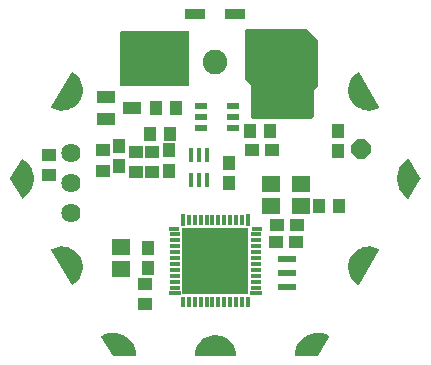
<source format=gbr>
G04 EAGLE Gerber RS-274X export*
G75*
%MOMM*%
%FSLAX34Y34*%
%LPD*%
%INSoldermask Bottom*%
%IPPOS*%
%AMOC8*
5,1,8,0,0,1.08239X$1,22.5*%
G01*
%ADD10R,1.101600X1.201600*%
%ADD11R,1.601600X1.401600*%
%ADD12R,1.201600X1.101600*%
%ADD13R,1.501597X0.501600*%
%ADD14R,0.457200X1.270000*%
%ADD15C,1.101600*%
%ADD16C,2.082800*%
%ADD17C,2.082800*%
%ADD18R,1.501600X1.101600*%
%ADD19R,1.104900X0.558800*%
%ADD20R,0.914400X0.355600*%
%ADD21R,0.355600X0.914400*%
%ADD22R,5.613400X5.613400*%
%ADD23R,0.952500X0.396875*%
%ADD24R,0.396875X1.031875*%
%ADD25R,1.031875X0.396875*%
%ADD26R,0.396875X0.952500*%
%ADD27P,1.759533X8X22.500000*%
%ADD28C,1.625600*%
%ADD29R,1.701600X0.901600*%

G36*
X426747Y396751D02*
X426747Y396751D01*
X426773Y396749D01*
X426947Y396771D01*
X427121Y396789D01*
X427146Y396797D01*
X427173Y396800D01*
X427338Y396856D01*
X427506Y396907D01*
X427529Y396920D01*
X427554Y396928D01*
X427706Y397015D01*
X427860Y397099D01*
X427880Y397116D01*
X427903Y397129D01*
X428156Y397344D01*
X429426Y398614D01*
X429443Y398634D01*
X429464Y398652D01*
X429571Y398790D01*
X429681Y398925D01*
X429694Y398949D01*
X429710Y398970D01*
X429788Y399127D01*
X429870Y399281D01*
X429878Y399306D01*
X429890Y399331D01*
X429935Y399500D01*
X429985Y399667D01*
X429987Y399693D01*
X429994Y399719D01*
X430021Y400050D01*
X430021Y422069D01*
X433236Y425284D01*
X433253Y425304D01*
X433274Y425322D01*
X433381Y425460D01*
X433491Y425595D01*
X433504Y425619D01*
X433520Y425640D01*
X433598Y425797D01*
X433680Y425951D01*
X433688Y425976D01*
X433700Y426001D01*
X433745Y426170D01*
X433795Y426337D01*
X433797Y426363D01*
X433804Y426389D01*
X433831Y426720D01*
X433831Y462280D01*
X433829Y462307D01*
X433831Y462333D01*
X433809Y462507D01*
X433791Y462681D01*
X433784Y462706D01*
X433780Y462733D01*
X433725Y462898D01*
X433673Y463066D01*
X433660Y463089D01*
X433652Y463114D01*
X433565Y463266D01*
X433481Y463420D01*
X433464Y463440D01*
X433451Y463463D01*
X433236Y463716D01*
X424346Y472606D01*
X424326Y472623D01*
X424308Y472644D01*
X424170Y472751D01*
X424035Y472861D01*
X424011Y472874D01*
X423990Y472890D01*
X423833Y472968D01*
X423679Y473050D01*
X423654Y473058D01*
X423630Y473070D01*
X423460Y473115D01*
X423293Y473165D01*
X423267Y473167D01*
X423241Y473174D01*
X422910Y473201D01*
X373380Y473201D01*
X372979Y473161D01*
X372594Y473043D01*
X372240Y472851D01*
X371931Y472594D01*
X371679Y472280D01*
X371493Y471923D01*
X371382Y471536D01*
X371349Y471134D01*
X371396Y470735D01*
X371459Y470541D01*
X371435Y470450D01*
X371385Y470283D01*
X371383Y470257D01*
X371376Y470231D01*
X371349Y469900D01*
X371349Y431800D01*
X371351Y431773D01*
X371349Y431747D01*
X371371Y431573D01*
X371389Y431399D01*
X371397Y431374D01*
X371400Y431347D01*
X371456Y431182D01*
X371507Y431014D01*
X371520Y430991D01*
X371528Y430966D01*
X371615Y430814D01*
X371699Y430660D01*
X371716Y430640D01*
X371729Y430617D01*
X371944Y430364D01*
X376429Y425879D01*
X376429Y400050D01*
X376431Y400023D01*
X376429Y399997D01*
X376451Y399823D01*
X376469Y399649D01*
X376477Y399624D01*
X376480Y399597D01*
X376536Y399432D01*
X376587Y399264D01*
X376600Y399241D01*
X376608Y399216D01*
X376695Y399064D01*
X376779Y398910D01*
X376796Y398890D01*
X376809Y398867D01*
X377024Y398614D01*
X378294Y397344D01*
X378314Y397327D01*
X378332Y397307D01*
X378470Y397199D01*
X378605Y397089D01*
X378629Y397076D01*
X378650Y397060D01*
X378807Y396982D01*
X378961Y396900D01*
X378986Y396892D01*
X379011Y396880D01*
X379180Y396835D01*
X379347Y396785D01*
X379373Y396783D01*
X379399Y396776D01*
X379730Y396749D01*
X426720Y396749D01*
X426747Y396751D01*
G37*
G36*
X322598Y424691D02*
X322598Y424691D01*
X322616Y424689D01*
X322798Y424710D01*
X322981Y424729D01*
X322998Y424734D01*
X323015Y424736D01*
X323190Y424793D01*
X323366Y424847D01*
X323381Y424855D01*
X323398Y424861D01*
X323558Y424951D01*
X323720Y425039D01*
X323733Y425050D01*
X323749Y425059D01*
X323888Y425179D01*
X324029Y425296D01*
X324040Y425310D01*
X324054Y425322D01*
X324166Y425467D01*
X324281Y425610D01*
X324289Y425626D01*
X324300Y425640D01*
X324382Y425805D01*
X324467Y425967D01*
X324472Y425984D01*
X324480Y426001D01*
X324527Y426179D01*
X324578Y426354D01*
X324580Y426372D01*
X324584Y426389D01*
X324611Y426720D01*
X324611Y469900D01*
X324609Y469918D01*
X324611Y469936D01*
X324590Y470118D01*
X324571Y470301D01*
X324566Y470318D01*
X324564Y470335D01*
X324507Y470510D01*
X324453Y470686D01*
X324445Y470701D01*
X324439Y470718D01*
X324349Y470878D01*
X324261Y471040D01*
X324250Y471053D01*
X324241Y471069D01*
X324121Y471208D01*
X324004Y471349D01*
X323990Y471360D01*
X323978Y471374D01*
X323833Y471486D01*
X323690Y471601D01*
X323674Y471609D01*
X323660Y471620D01*
X323495Y471702D01*
X323333Y471787D01*
X323316Y471792D01*
X323300Y471800D01*
X323121Y471847D01*
X322946Y471898D01*
X322928Y471900D01*
X322911Y471904D01*
X322580Y471931D01*
X267970Y471931D01*
X267952Y471929D01*
X267934Y471931D01*
X267752Y471910D01*
X267569Y471891D01*
X267552Y471886D01*
X267535Y471884D01*
X267360Y471827D01*
X267184Y471773D01*
X267169Y471765D01*
X267152Y471759D01*
X266992Y471669D01*
X266830Y471581D01*
X266817Y471570D01*
X266801Y471561D01*
X266662Y471441D01*
X266521Y471324D01*
X266510Y471310D01*
X266497Y471298D01*
X266384Y471153D01*
X266269Y471010D01*
X266261Y470994D01*
X266250Y470980D01*
X266168Y470815D01*
X266083Y470653D01*
X266078Y470636D01*
X266070Y470620D01*
X266023Y470441D01*
X265972Y470266D01*
X265970Y470248D01*
X265966Y470231D01*
X265939Y469900D01*
X265939Y426720D01*
X265941Y426702D01*
X265939Y426684D01*
X265960Y426502D01*
X265979Y426319D01*
X265984Y426302D01*
X265986Y426285D01*
X266043Y426110D01*
X266097Y425934D01*
X266105Y425919D01*
X266111Y425902D01*
X266201Y425742D01*
X266289Y425580D01*
X266300Y425567D01*
X266309Y425551D01*
X266429Y425412D01*
X266546Y425271D01*
X266560Y425260D01*
X266572Y425247D01*
X266717Y425134D01*
X266860Y425019D01*
X266876Y425011D01*
X266890Y425000D01*
X267055Y424918D01*
X267217Y424833D01*
X267234Y424828D01*
X267251Y424820D01*
X267429Y424773D01*
X267604Y424722D01*
X267622Y424720D01*
X267639Y424716D01*
X267970Y424689D01*
X322580Y424689D01*
X322598Y424691D01*
G37*
G36*
X363739Y196217D02*
X363739Y196217D01*
X363768Y196214D01*
X363835Y196236D01*
X363905Y196250D01*
X363929Y196267D01*
X363957Y196276D01*
X364010Y196323D01*
X364069Y196363D01*
X364085Y196387D01*
X364107Y196407D01*
X364138Y196471D01*
X364176Y196530D01*
X364181Y196559D01*
X364193Y196585D01*
X364202Y196685D01*
X364209Y196727D01*
X364206Y196737D01*
X364208Y196751D01*
X363976Y199549D01*
X363966Y199583D01*
X363962Y199631D01*
X363273Y202352D01*
X363258Y202384D01*
X363246Y202430D01*
X362118Y205002D01*
X362098Y205030D01*
X362079Y205074D01*
X360543Y207425D01*
X360519Y207449D01*
X360493Y207490D01*
X358591Y209555D01*
X358563Y209576D01*
X358530Y209611D01*
X356315Y211336D01*
X356284Y211351D01*
X356246Y211381D01*
X353776Y212717D01*
X353743Y212727D01*
X353701Y212750D01*
X352515Y213158D01*
X351061Y213657D01*
X351045Y213662D01*
X351011Y213667D01*
X350965Y213682D01*
X348196Y214144D01*
X348161Y214143D01*
X348114Y214151D01*
X345306Y214151D01*
X345272Y214144D01*
X345224Y214144D01*
X342455Y213682D01*
X342422Y213670D01*
X342375Y213662D01*
X339719Y212750D01*
X339689Y212733D01*
X339644Y212717D01*
X337174Y211381D01*
X337148Y211359D01*
X337105Y211336D01*
X334890Y209611D01*
X334867Y209585D01*
X334829Y209555D01*
X332927Y207490D01*
X332909Y207460D01*
X332877Y207425D01*
X331341Y205074D01*
X331328Y205042D01*
X331302Y205002D01*
X330174Y202430D01*
X330167Y202397D01*
X330164Y202390D01*
X330158Y202381D01*
X330157Y202375D01*
X330147Y202352D01*
X329458Y199631D01*
X329456Y199596D01*
X329444Y199549D01*
X329212Y196751D01*
X329216Y196722D01*
X329211Y196693D01*
X329228Y196624D01*
X329236Y196554D01*
X329250Y196528D01*
X329257Y196500D01*
X329299Y196443D01*
X329334Y196381D01*
X329358Y196363D01*
X329375Y196340D01*
X329436Y196304D01*
X329493Y196261D01*
X329521Y196253D01*
X329546Y196238D01*
X329644Y196222D01*
X329685Y196211D01*
X329696Y196213D01*
X329710Y196211D01*
X363710Y196211D01*
X363739Y196217D01*
G37*
G36*
X225317Y256520D02*
X225317Y256520D01*
X225388Y256517D01*
X225415Y256527D01*
X225444Y256529D01*
X225534Y256571D01*
X225574Y256586D01*
X225582Y256594D01*
X225595Y256600D01*
X227898Y258199D01*
X227922Y258225D01*
X227962Y258252D01*
X229971Y260209D01*
X229990Y260238D01*
X230025Y260271D01*
X231684Y262532D01*
X231699Y262563D01*
X231728Y262602D01*
X232992Y265105D01*
X233001Y265139D01*
X233023Y265182D01*
X233859Y267859D01*
X233862Y267893D01*
X233877Y267939D01*
X234260Y270718D01*
X234258Y270752D01*
X234264Y270800D01*
X234185Y273603D01*
X234177Y273637D01*
X234176Y273685D01*
X233637Y276437D01*
X233623Y276469D01*
X233614Y276517D01*
X232629Y279142D01*
X232614Y279167D01*
X232609Y279187D01*
X232601Y279198D01*
X232594Y279217D01*
X231190Y281645D01*
X231167Y281671D01*
X231143Y281713D01*
X229359Y283876D01*
X229332Y283898D01*
X229301Y283935D01*
X227185Y285776D01*
X227155Y285793D01*
X227119Y285825D01*
X224728Y287292D01*
X224696Y287303D01*
X224655Y287329D01*
X222056Y288382D01*
X222022Y288389D01*
X221977Y288407D01*
X219240Y289018D01*
X219205Y289019D01*
X219158Y289030D01*
X216358Y289182D01*
X216324Y289177D01*
X216276Y289180D01*
X213488Y288870D01*
X213455Y288859D01*
X213407Y288854D01*
X210709Y288089D01*
X210679Y288073D01*
X210632Y288060D01*
X208097Y286861D01*
X208073Y286844D01*
X208046Y286834D01*
X207994Y286785D01*
X207937Y286742D01*
X207923Y286717D01*
X207902Y286697D01*
X207873Y286632D01*
X207837Y286571D01*
X207834Y286542D01*
X207822Y286515D01*
X207821Y286444D01*
X207812Y286373D01*
X207820Y286345D01*
X207820Y286316D01*
X207854Y286223D01*
X207866Y286182D01*
X207873Y286173D01*
X207878Y286160D01*
X224878Y256760D01*
X224897Y256738D01*
X224910Y256712D01*
X224963Y256664D01*
X225010Y256611D01*
X225036Y256599D01*
X225058Y256579D01*
X225125Y256556D01*
X225189Y256526D01*
X225218Y256524D01*
X225246Y256515D01*
X225317Y256520D01*
G37*
G36*
X477096Y404243D02*
X477096Y404243D01*
X477144Y404240D01*
X479932Y404550D01*
X479965Y404561D01*
X480013Y404566D01*
X482711Y405331D01*
X482741Y405347D01*
X482788Y405360D01*
X485323Y406559D01*
X485347Y406576D01*
X485374Y406586D01*
X485426Y406635D01*
X485483Y406678D01*
X485497Y406703D01*
X485519Y406723D01*
X485547Y406788D01*
X485583Y406850D01*
X485586Y406878D01*
X485598Y406905D01*
X485599Y406976D01*
X485608Y407047D01*
X485600Y407075D01*
X485600Y407104D01*
X485566Y407197D01*
X485554Y407238D01*
X485547Y407247D01*
X485542Y407260D01*
X468542Y436660D01*
X468523Y436682D01*
X468510Y436708D01*
X468457Y436756D01*
X468410Y436809D01*
X468384Y436821D01*
X468362Y436841D01*
X468295Y436864D01*
X468231Y436894D01*
X468202Y436896D01*
X468174Y436905D01*
X468103Y436900D01*
X468032Y436903D01*
X468005Y436893D01*
X467976Y436891D01*
X467886Y436849D01*
X467846Y436834D01*
X467838Y436826D01*
X467825Y436820D01*
X465522Y435221D01*
X465498Y435196D01*
X465458Y435168D01*
X463449Y433211D01*
X463430Y433182D01*
X463395Y433149D01*
X461736Y430888D01*
X461721Y430857D01*
X461692Y430818D01*
X460428Y428315D01*
X460419Y428281D01*
X460397Y428238D01*
X459561Y425561D01*
X459558Y425527D01*
X459543Y425481D01*
X459160Y422702D01*
X459162Y422668D01*
X459156Y422620D01*
X459235Y419817D01*
X459243Y419783D01*
X459244Y419735D01*
X459783Y416983D01*
X459797Y416951D01*
X459806Y416903D01*
X460791Y414278D01*
X460809Y414248D01*
X460826Y414203D01*
X462230Y411775D01*
X462253Y411749D01*
X462277Y411708D01*
X464061Y409544D01*
X464088Y409522D01*
X464119Y409485D01*
X466235Y407644D01*
X466265Y407627D01*
X466301Y407596D01*
X468692Y406128D01*
X468724Y406117D01*
X468765Y406091D01*
X471364Y405038D01*
X471398Y405031D01*
X471443Y405013D01*
X474180Y404402D01*
X474215Y404401D01*
X474262Y404390D01*
X477062Y404238D01*
X477096Y404243D01*
G37*
G36*
X468136Y256521D02*
X468136Y256521D01*
X468207Y256520D01*
X468234Y256531D01*
X468263Y256535D01*
X468325Y256569D01*
X468390Y256597D01*
X468411Y256618D01*
X468436Y256632D01*
X468499Y256708D01*
X468529Y256739D01*
X468533Y256749D01*
X468542Y256760D01*
X485542Y286160D01*
X485551Y286188D01*
X485568Y286212D01*
X485583Y286281D01*
X485605Y286349D01*
X485603Y286378D01*
X485609Y286406D01*
X485596Y286476D01*
X485590Y286547D01*
X485577Y286573D01*
X485571Y286601D01*
X485531Y286660D01*
X485499Y286723D01*
X485476Y286742D01*
X485460Y286766D01*
X485378Y286823D01*
X485345Y286850D01*
X485335Y286853D01*
X485323Y286861D01*
X482788Y288060D01*
X482754Y288068D01*
X482711Y288089D01*
X480013Y288854D01*
X479978Y288856D01*
X479932Y288870D01*
X477144Y289180D01*
X477110Y289177D01*
X477062Y289182D01*
X474262Y289030D01*
X474228Y289021D01*
X474180Y289018D01*
X471443Y288407D01*
X471411Y288393D01*
X471364Y288382D01*
X468765Y287329D01*
X468736Y287310D01*
X468692Y287292D01*
X466301Y285825D01*
X466276Y285801D01*
X466235Y285776D01*
X464119Y283935D01*
X464098Y283908D01*
X464061Y283876D01*
X462277Y281713D01*
X462261Y281682D01*
X462230Y281645D01*
X460826Y279217D01*
X460815Y279184D01*
X460808Y279171D01*
X460798Y279157D01*
X460798Y279154D01*
X460791Y279142D01*
X459806Y276517D01*
X459800Y276482D01*
X459783Y276437D01*
X459244Y273685D01*
X459244Y273651D01*
X459235Y273603D01*
X459156Y270800D01*
X459162Y270766D01*
X459160Y270718D01*
X459543Y267939D01*
X459555Y267907D01*
X459561Y267859D01*
X460397Y265182D01*
X460414Y265151D01*
X460428Y265105D01*
X461692Y262602D01*
X461714Y262575D01*
X461736Y262532D01*
X463395Y260271D01*
X463421Y260248D01*
X463449Y260209D01*
X465458Y258252D01*
X465487Y258233D01*
X465522Y258199D01*
X467825Y256600D01*
X467852Y256588D01*
X467875Y256570D01*
X467943Y256549D01*
X468008Y256521D01*
X468037Y256521D01*
X468065Y256513D01*
X468136Y256521D01*
G37*
G36*
X219158Y404390D02*
X219158Y404390D01*
X219192Y404399D01*
X219240Y404402D01*
X221977Y405013D01*
X222009Y405027D01*
X222056Y405038D01*
X224655Y406091D01*
X224684Y406110D01*
X224728Y406128D01*
X227119Y407596D01*
X227144Y407619D01*
X227185Y407644D01*
X229301Y409485D01*
X229322Y409512D01*
X229359Y409544D01*
X231143Y411708D01*
X231159Y411738D01*
X231190Y411775D01*
X232594Y414203D01*
X232605Y414236D01*
X232629Y414278D01*
X233614Y416903D01*
X233620Y416938D01*
X233637Y416983D01*
X234176Y419735D01*
X234176Y419770D01*
X234185Y419817D01*
X234264Y422620D01*
X234259Y422654D01*
X234260Y422702D01*
X233877Y425481D01*
X233865Y425513D01*
X233859Y425561D01*
X233023Y428238D01*
X233006Y428269D01*
X232992Y428315D01*
X231728Y430818D01*
X231706Y430845D01*
X231684Y430888D01*
X230025Y433149D01*
X229999Y433172D01*
X229971Y433211D01*
X227962Y435168D01*
X227933Y435187D01*
X227898Y435221D01*
X225595Y436820D01*
X225568Y436832D01*
X225545Y436850D01*
X225477Y436871D01*
X225412Y436899D01*
X225383Y436899D01*
X225355Y436907D01*
X225284Y436899D01*
X225213Y436900D01*
X225186Y436889D01*
X225157Y436885D01*
X225095Y436851D01*
X225030Y436823D01*
X225009Y436802D01*
X224984Y436788D01*
X224921Y436712D01*
X224891Y436681D01*
X224887Y436671D01*
X224878Y436660D01*
X207878Y407260D01*
X207869Y407232D01*
X207852Y407208D01*
X207837Y407139D01*
X207815Y407071D01*
X207817Y407042D01*
X207811Y407014D01*
X207824Y406944D01*
X207830Y406873D01*
X207843Y406847D01*
X207849Y406819D01*
X207889Y406760D01*
X207921Y406697D01*
X207944Y406678D01*
X207960Y406654D01*
X208042Y406597D01*
X208075Y406570D01*
X208085Y406567D01*
X208097Y406559D01*
X210632Y405360D01*
X210666Y405352D01*
X210709Y405331D01*
X213407Y404566D01*
X213442Y404564D01*
X213488Y404550D01*
X216276Y404240D01*
X216310Y404243D01*
X216358Y404238D01*
X219158Y404390D01*
G37*
G36*
X510437Y329721D02*
X510437Y329721D01*
X510508Y329721D01*
X510535Y329732D01*
X510564Y329735D01*
X510626Y329770D01*
X510691Y329798D01*
X510712Y329818D01*
X510737Y329833D01*
X510800Y329910D01*
X510830Y329940D01*
X510834Y329950D01*
X510843Y329961D01*
X520343Y346461D01*
X520353Y346493D01*
X520362Y346506D01*
X520366Y346530D01*
X520367Y346534D01*
X520398Y346604D01*
X520398Y346628D01*
X520406Y346650D01*
X520400Y346726D01*
X520401Y346803D01*
X520391Y346827D01*
X520390Y346848D01*
X520369Y346887D01*
X520343Y346959D01*
X510843Y363459D01*
X510824Y363481D01*
X510811Y363507D01*
X510758Y363555D01*
X510711Y363608D01*
X510685Y363621D01*
X510664Y363640D01*
X510596Y363663D01*
X510532Y363694D01*
X510503Y363696D01*
X510476Y363705D01*
X510404Y363700D01*
X510333Y363703D01*
X510306Y363693D01*
X510277Y363691D01*
X510187Y363649D01*
X510147Y363634D01*
X510139Y363627D01*
X510126Y363621D01*
X507603Y361879D01*
X507579Y361855D01*
X507541Y361828D01*
X505329Y359704D01*
X505310Y359676D01*
X505276Y359644D01*
X503434Y357193D01*
X503420Y357162D01*
X503391Y357125D01*
X501966Y354410D01*
X501957Y354379D01*
X501941Y354354D01*
X501940Y354346D01*
X501935Y354336D01*
X500964Y351428D01*
X500960Y351394D01*
X500945Y351350D01*
X500453Y348323D01*
X500454Y348289D01*
X500446Y348243D01*
X500446Y345177D01*
X500447Y345173D01*
X500447Y345171D01*
X500453Y345144D01*
X500453Y345097D01*
X500945Y342070D01*
X500957Y342039D01*
X500964Y341992D01*
X501935Y339084D01*
X501952Y339055D01*
X501966Y339010D01*
X503391Y336295D01*
X503413Y336269D01*
X503434Y336227D01*
X505276Y333776D01*
X505301Y333753D01*
X505329Y333716D01*
X507541Y331592D01*
X507569Y331574D01*
X507603Y331541D01*
X510126Y329799D01*
X510153Y329788D01*
X510175Y329769D01*
X510244Y329749D01*
X510309Y329721D01*
X510338Y329721D01*
X510366Y329713D01*
X510437Y329721D01*
G37*
G36*
X183016Y329720D02*
X183016Y329720D01*
X183087Y329717D01*
X183114Y329727D01*
X183143Y329729D01*
X183233Y329771D01*
X183273Y329786D01*
X183281Y329793D01*
X183294Y329799D01*
X185817Y331541D01*
X185841Y331565D01*
X185879Y331592D01*
X188091Y333716D01*
X188110Y333744D01*
X188144Y333776D01*
X189986Y336227D01*
X190000Y336258D01*
X190029Y336295D01*
X191454Y339010D01*
X191463Y339043D01*
X191485Y339084D01*
X192456Y341992D01*
X192460Y342026D01*
X192475Y342070D01*
X192967Y345097D01*
X192966Y345131D01*
X192974Y345177D01*
X192974Y348243D01*
X192967Y348276D01*
X192967Y348323D01*
X192475Y351350D01*
X192463Y351381D01*
X192456Y351428D01*
X191485Y354336D01*
X191472Y354359D01*
X191466Y354384D01*
X191459Y354393D01*
X191454Y354410D01*
X190029Y357125D01*
X190007Y357151D01*
X189986Y357193D01*
X188144Y359644D01*
X188119Y359667D01*
X188091Y359704D01*
X185879Y361828D01*
X185851Y361846D01*
X185817Y361879D01*
X183294Y363621D01*
X183267Y363632D01*
X183245Y363651D01*
X183176Y363671D01*
X183111Y363699D01*
X183082Y363699D01*
X183054Y363707D01*
X182983Y363699D01*
X182912Y363700D01*
X182885Y363688D01*
X182856Y363685D01*
X182794Y363650D01*
X182729Y363622D01*
X182708Y363602D01*
X182683Y363587D01*
X182620Y363510D01*
X182590Y363480D01*
X182586Y363470D01*
X182577Y363459D01*
X173077Y346959D01*
X173053Y346886D01*
X173022Y346816D01*
X173022Y346792D01*
X173014Y346770D01*
X173021Y346694D01*
X173020Y346617D01*
X173029Y346593D01*
X173030Y346572D01*
X173051Y346533D01*
X173070Y346481D01*
X173071Y346475D01*
X173073Y346473D01*
X173077Y346461D01*
X182577Y329961D01*
X182596Y329939D01*
X182609Y329913D01*
X182662Y329865D01*
X182709Y329812D01*
X182735Y329799D01*
X182757Y329780D01*
X182824Y329757D01*
X182888Y329726D01*
X182917Y329725D01*
X182944Y329715D01*
X183016Y329720D01*
G37*
G36*
X433386Y196226D02*
X433386Y196226D01*
X433464Y196235D01*
X433483Y196246D01*
X433505Y196250D01*
X433569Y196294D01*
X433637Y196333D01*
X433653Y196352D01*
X433669Y196363D01*
X433693Y196401D01*
X433743Y196461D01*
X443243Y212961D01*
X443252Y212988D01*
X443268Y213012D01*
X443283Y213082D01*
X443306Y213150D01*
X443303Y213178D01*
X443309Y213206D01*
X443296Y213277D01*
X443290Y213348D01*
X443277Y213373D01*
X443271Y213401D01*
X443231Y213461D01*
X443198Y213524D01*
X443176Y213542D01*
X443160Y213566D01*
X443077Y213624D01*
X443045Y213651D01*
X443034Y213654D01*
X443024Y213661D01*
X440258Y214970D01*
X440225Y214978D01*
X440182Y214998D01*
X437242Y215846D01*
X437208Y215849D01*
X437164Y215862D01*
X434126Y216227D01*
X434092Y216224D01*
X434045Y216230D01*
X430988Y216103D01*
X430955Y216095D01*
X430908Y216094D01*
X427911Y215478D01*
X427880Y215465D01*
X427834Y215456D01*
X424974Y214367D01*
X424946Y214349D01*
X424902Y214333D01*
X422254Y212799D01*
X422228Y212777D01*
X422188Y212754D01*
X419820Y210816D01*
X419798Y210789D01*
X419762Y210760D01*
X417735Y208467D01*
X417719Y208438D01*
X417687Y208403D01*
X416055Y205815D01*
X416043Y205783D01*
X416018Y205744D01*
X414822Y202927D01*
X414815Y202894D01*
X414812Y202887D01*
X414808Y202881D01*
X414807Y202875D01*
X414796Y202851D01*
X414068Y199879D01*
X414066Y199845D01*
X414055Y199800D01*
X413812Y196750D01*
X413816Y196721D01*
X413811Y196693D01*
X413828Y196624D01*
X413836Y196552D01*
X413851Y196528D01*
X413857Y196500D01*
X413900Y196442D01*
X413936Y196380D01*
X413958Y196363D01*
X413975Y196340D01*
X414037Y196303D01*
X414094Y196260D01*
X414122Y196253D01*
X414146Y196238D01*
X414246Y196222D01*
X414287Y196211D01*
X414297Y196213D01*
X414310Y196211D01*
X433310Y196211D01*
X433386Y196226D01*
G37*
G36*
X279138Y196216D02*
X279138Y196216D01*
X279166Y196214D01*
X279234Y196236D01*
X279305Y196250D01*
X279328Y196266D01*
X279355Y196275D01*
X279410Y196322D01*
X279469Y196363D01*
X279484Y196387D01*
X279506Y196405D01*
X279537Y196470D01*
X279576Y196530D01*
X279581Y196558D01*
X279593Y196584D01*
X279602Y196685D01*
X279609Y196727D01*
X279607Y196737D01*
X279608Y196750D01*
X279365Y199800D01*
X279356Y199832D01*
X279352Y199879D01*
X278624Y202851D01*
X278609Y202882D01*
X278598Y202927D01*
X277402Y205744D01*
X277383Y205772D01*
X277365Y205815D01*
X275733Y208403D01*
X275709Y208427D01*
X275685Y208467D01*
X273658Y210760D01*
X273631Y210780D01*
X273600Y210816D01*
X271233Y212754D01*
X271202Y212770D01*
X271166Y212799D01*
X268518Y214333D01*
X268486Y214343D01*
X268446Y214367D01*
X265586Y215456D01*
X265553Y215461D01*
X265509Y215478D01*
X262512Y216094D01*
X262478Y216094D01*
X262432Y216103D01*
X259375Y216230D01*
X259341Y216225D01*
X259294Y216227D01*
X256256Y215862D01*
X256224Y215851D01*
X256178Y215846D01*
X253238Y214998D01*
X253208Y214982D01*
X253163Y214970D01*
X250397Y213661D01*
X250374Y213644D01*
X250347Y213634D01*
X250295Y213585D01*
X250237Y213542D01*
X250223Y213517D01*
X250202Y213498D01*
X250173Y213432D01*
X250137Y213370D01*
X250134Y213342D01*
X250122Y213316D01*
X250121Y213244D01*
X250112Y213173D01*
X250120Y213146D01*
X250120Y213117D01*
X250155Y213022D01*
X250166Y212982D01*
X250173Y212973D01*
X250177Y212961D01*
X259677Y196461D01*
X259729Y196403D01*
X259775Y196340D01*
X259794Y196329D01*
X259809Y196312D01*
X259879Y196278D01*
X259946Y196238D01*
X259971Y196234D01*
X259988Y196226D01*
X260033Y196224D01*
X260110Y196211D01*
X279110Y196211D01*
X279138Y196216D01*
G37*
D10*
X450850Y386960D03*
X450850Y369960D03*
D11*
X419100Y342240D03*
X419100Y323240D03*
D12*
X287020Y240420D03*
X287020Y257420D03*
D13*
X407670Y278700D03*
X407670Y266700D03*
X407670Y254700D03*
D12*
X205740Y366640D03*
X205740Y349640D03*
D11*
X266700Y288900D03*
X266700Y269900D03*
X393700Y342240D03*
X393700Y323240D03*
D10*
X289560Y287900D03*
X289560Y270900D03*
D12*
X399170Y307340D03*
X416170Y307340D03*
D10*
X451730Y323850D03*
X434730Y323850D03*
D14*
X339598Y345440D03*
X332994Y345440D03*
X326390Y345440D03*
X326390Y366268D03*
X332994Y366268D03*
X339598Y366268D03*
D10*
X358140Y359655D03*
X358140Y342655D03*
X393310Y387350D03*
X376310Y387350D03*
D12*
X394580Y370840D03*
X377580Y370840D03*
D15*
X511910Y346710D03*
X429310Y203610D03*
X264110Y203610D03*
X181510Y346710D03*
X470610Y418210D03*
X470610Y275210D03*
X346710Y203610D03*
X222810Y275210D03*
X222810Y418210D03*
D16*
X396748Y435864D02*
X396748Y455676D01*
D17*
X346710Y445770D03*
D16*
X296672Y455676D02*
X296672Y435864D01*
D10*
X296300Y406400D03*
X313300Y406400D03*
D12*
X293370Y352180D03*
X293370Y369180D03*
D18*
X276430Y406400D03*
X254430Y415900D03*
X254430Y396900D03*
D19*
X334454Y389280D03*
X334454Y398780D03*
X334454Y408280D03*
X361506Y408280D03*
X361506Y398780D03*
X361506Y389280D03*
D10*
X307340Y370450D03*
X307340Y353450D03*
X308220Y384810D03*
X291220Y384810D03*
D12*
X251460Y370450D03*
X251460Y353450D03*
D10*
X265430Y374260D03*
X265430Y357260D03*
D12*
X279400Y369180D03*
X279400Y352180D03*
D20*
X381254Y299366D03*
X381254Y294364D03*
X381254Y289363D03*
X381254Y284362D03*
X381254Y279361D03*
X381254Y274359D03*
X381254Y269358D03*
X381254Y264357D03*
X381254Y259356D03*
X381254Y254354D03*
D21*
X369216Y242316D03*
X364214Y242316D03*
X359213Y242316D03*
X354212Y242316D03*
X349211Y242316D03*
X344209Y242316D03*
X339208Y242316D03*
X334207Y242316D03*
X329206Y242316D03*
X324204Y242316D03*
D20*
X312166Y254354D03*
X312166Y259356D03*
X312166Y264357D03*
X312166Y269358D03*
X312166Y274359D03*
X312166Y279361D03*
X312166Y284362D03*
X312166Y289363D03*
X312166Y294364D03*
X312166Y299366D03*
D21*
X324204Y311404D03*
X329206Y311404D03*
X334207Y311404D03*
X339208Y311404D03*
X344209Y311404D03*
X349211Y311404D03*
X354212Y311404D03*
X359213Y311404D03*
X364214Y311404D03*
X369216Y311404D03*
D22*
X346710Y276860D03*
D23*
X311785Y304244D03*
D24*
X319326Y311388D03*
X374094Y311388D03*
D23*
X381635Y304244D03*
D25*
X381238Y249476D03*
D26*
X374094Y241935D03*
X319326Y241935D03*
D25*
X312182Y249476D03*
D12*
X397900Y293370D03*
X414900Y293370D03*
D27*
X469900Y372110D03*
D28*
X224790Y368300D03*
X224790Y342900D03*
X224790Y317500D03*
D29*
X329710Y486410D03*
X363710Y486410D03*
M02*

</source>
